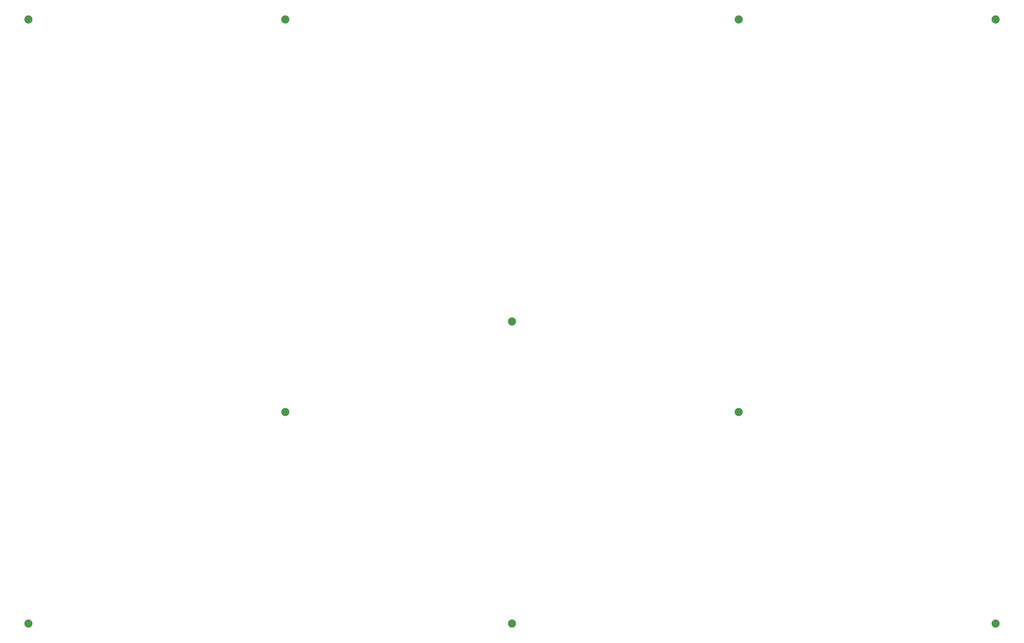
<source format=gbr>
G04 #@! TF.GenerationSoftware,KiCad,Pcbnew,8.0.3*
G04 #@! TF.CreationDate,2024-06-18T22:36:52+09:00*
G04 #@! TF.ProjectId,mainboard_top_plate,6d61696e-626f-4617-9264-5f746f705f70,rev?*
G04 #@! TF.SameCoordinates,Original*
G04 #@! TF.FileFunction,Soldermask,Top*
G04 #@! TF.FilePolarity,Negative*
%FSLAX46Y46*%
G04 Gerber Fmt 4.6, Leading zero omitted, Abs format (unit mm)*
G04 Created by KiCad (PCBNEW 8.0.3) date 2024-06-18 22:36:52*
%MOMM*%
%LPD*%
G01*
G04 APERTURE LIST*
%ADD10C,2.700000*%
G04 APERTURE END LIST*
D10*
G04 #@! TO.C,H6*
X262150000Y-27050000D03*
G04 #@! TD*
G04 #@! TO.C,H2*
X27150000Y-227050000D03*
G04 #@! TD*
G04 #@! TO.C,H1*
X27150000Y-27050000D03*
G04 #@! TD*
G04 #@! TO.C,H9*
X187150000Y-127050000D03*
G04 #@! TD*
G04 #@! TO.C,H7*
X262150000Y-157050000D03*
G04 #@! TD*
G04 #@! TO.C,H10*
X187150000Y-227050000D03*
G04 #@! TD*
G04 #@! TO.C,H3*
X347150000Y-227050000D03*
G04 #@! TD*
G04 #@! TO.C,H5*
X112150000Y-27050000D03*
G04 #@! TD*
G04 #@! TO.C,H4*
X347150000Y-27050000D03*
G04 #@! TD*
G04 #@! TO.C,H8*
X112150000Y-157050000D03*
G04 #@! TD*
M02*

</source>
